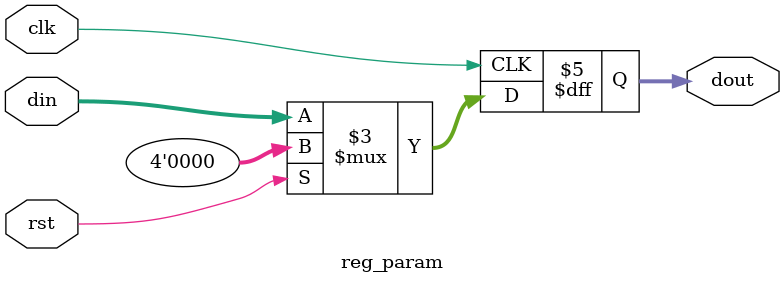
<source format=v>
`timescale 1ns / 1ps

module reg_param #(parameter SIZE = 4) (
    input wire clk,
    input wire rst,
    input wire [SIZE-1:0] din,
    output reg [SIZE-1:0] dout
);

always @(posedge clk) begin
    if (rst)
        dout <= 'b0;
    else
        dout <= din;
end

endmodule
</source>
